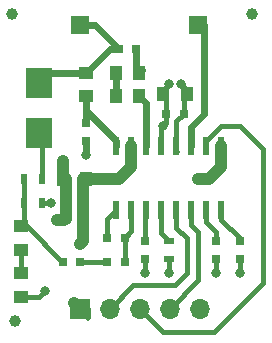
<source format=gtl>
%TF.GenerationSoftware,KiCad,Pcbnew,4.0.7*%
%TF.CreationDate,2018-06-20T04:11:10+02:00*%
%TF.ProjectId,RFID_BOARD_EM4095,524649445F424F4152445F454D343039,rev?*%
%TF.FileFunction,Copper,L1,Top,Signal*%
%FSLAX46Y46*%
G04 Gerber Fmt 4.6, Leading zero omitted, Abs format (unit mm)*
G04 Created by KiCad (PCBNEW 4.0.7) date 2018 June 20, Wednesday 04:11:10*
%MOMM*%
%LPD*%
G01*
G04 APERTURE LIST*
%ADD10C,0.100000*%
%ADD11C,1.000000*%
%ADD12R,0.750000X0.800000*%
%ADD13R,0.800000X0.750000*%
%ADD14R,0.600000X1.500000*%
%ADD15R,1.250000X1.000000*%
%ADD16R,1.000000X1.250000*%
%ADD17R,2.301240X2.499360*%
%ADD18R,1.700000X1.700000*%
%ADD19O,1.700000X1.700000*%
%ADD20R,0.500000X0.900000*%
%ADD21R,0.900000X0.500000*%
%ADD22R,1.500000X1.500000*%
%ADD23C,0.800000*%
%ADD24C,0.400000*%
%ADD25C,1.000000*%
%ADD26C,0.600000*%
%ADD27C,0.250000*%
%ADD28C,0.500000*%
G04 APERTURE END LIST*
D10*
D11*
X146750000Y-98500000D03*
X167000000Y-98500000D03*
D12*
X166000000Y-119250000D03*
X166000000Y-117750000D03*
X164000000Y-117750000D03*
X164000000Y-119250000D03*
X158000000Y-119250000D03*
X158000000Y-117750000D03*
D13*
X156250000Y-119500000D03*
X154750000Y-119500000D03*
D14*
X164445000Y-109700000D03*
X163175000Y-109700000D03*
X161905000Y-109700000D03*
X160635000Y-109700000D03*
X159365000Y-109700000D03*
X158095000Y-109700000D03*
X156825000Y-109700000D03*
X155555000Y-109700000D03*
X155555000Y-115100000D03*
X156825000Y-115100000D03*
X158095000Y-115100000D03*
X159365000Y-115100000D03*
X160635000Y-115100000D03*
X161905000Y-115100000D03*
X163175000Y-115100000D03*
X164445000Y-115100000D03*
D13*
X151250000Y-114500000D03*
X152750000Y-114500000D03*
X154750000Y-117500000D03*
X156250000Y-117500000D03*
X151000000Y-119500000D03*
X152500000Y-119500000D03*
D15*
X153000000Y-105500000D03*
X153000000Y-103500000D03*
D12*
X153000000Y-109250000D03*
X153000000Y-107750000D03*
D16*
X155500000Y-103500000D03*
X157500000Y-103500000D03*
X157500000Y-105500000D03*
X155500000Y-105500000D03*
D15*
X147500000Y-118500000D03*
X147500000Y-116500000D03*
X147500000Y-122500000D03*
X147500000Y-120500000D03*
D17*
X149000000Y-108648840D03*
X149000000Y-104351160D03*
D18*
X152460000Y-123500000D03*
D19*
X155000000Y-123500000D03*
X157540000Y-123500000D03*
X160080000Y-123500000D03*
X162620000Y-123500000D03*
D20*
X147750000Y-112500000D03*
X149250000Y-112500000D03*
X149250000Y-114500000D03*
X147750000Y-114500000D03*
D21*
X160000000Y-119250000D03*
X160000000Y-117750000D03*
D13*
X157250000Y-101500000D03*
X155750000Y-101500000D03*
X161250000Y-107000000D03*
X159750000Y-107000000D03*
D22*
X162500000Y-99500000D03*
X152500000Y-99500000D03*
D11*
X147000000Y-124500000D03*
D16*
X161500000Y-105300000D03*
X159500000Y-105300000D03*
X151000000Y-112500000D03*
X153000000Y-112500000D03*
D23*
X160000000Y-104500000D03*
D11*
X162500000Y-112500000D03*
D23*
X149500000Y-121999992D03*
X166000000Y-120500000D03*
X164000000Y-120500000D03*
X150000000Y-114500000D03*
X160000000Y-120500000D03*
X158000000Y-120500000D03*
X150499984Y-116000000D03*
X151000000Y-111000000D03*
X153000000Y-110500000D03*
X159500000Y-108000000D03*
X152500000Y-118000000D03*
X161000000Y-104500000D03*
D24*
X159750000Y-105500000D02*
X159750000Y-107000000D01*
X159750000Y-107000000D02*
X159750000Y-107750000D01*
X159750000Y-107750000D02*
X159500000Y-108000000D01*
X159365000Y-109700000D02*
X159365000Y-108135000D01*
X159750000Y-104750000D02*
X160000000Y-104500000D01*
X159750000Y-105500000D02*
X159750000Y-104750000D01*
D25*
X163207106Y-112500000D02*
X162500000Y-112500000D01*
X163395000Y-112500000D02*
X163207106Y-112500000D01*
X164445000Y-111450000D02*
X163395000Y-112500000D01*
X164445000Y-109700000D02*
X164445000Y-111450000D01*
D24*
X149100001Y-122399991D02*
X149500000Y-121999992D01*
X148999992Y-122500000D02*
X149100001Y-122399991D01*
X147500000Y-122500000D02*
X148999992Y-122500000D01*
X166000000Y-119250000D02*
X166000000Y-120500000D01*
X164000000Y-119250000D02*
X164000000Y-120500000D01*
X149250000Y-114500000D02*
X150000000Y-114500000D01*
X160000000Y-119250000D02*
X160000000Y-120500000D01*
X158000000Y-119250000D02*
X158000000Y-120500000D01*
D25*
X151065685Y-116000000D02*
X150499984Y-116000000D01*
X151125000Y-116000000D02*
X151065685Y-116000000D01*
X151250000Y-115875000D02*
X151125000Y-116000000D01*
X151250000Y-114500000D02*
X151250000Y-115875000D01*
X151250000Y-115815685D02*
X151065685Y-116000000D01*
X151250000Y-115750000D02*
X151250000Y-115815685D01*
X151000000Y-111000000D02*
X151000000Y-112250000D01*
X151000000Y-112250000D02*
X151250000Y-112500000D01*
D26*
X153000000Y-109250000D02*
X153000000Y-110500000D01*
D25*
X151250000Y-112500000D02*
X151250000Y-114500000D01*
D27*
X159365000Y-108135000D02*
X159500000Y-108000000D01*
D24*
X160635000Y-109700000D02*
X160635000Y-107615000D01*
X160635000Y-107615000D02*
X161250000Y-107000000D01*
X161250000Y-105500000D02*
X161250000Y-107000000D01*
D25*
X152000000Y-123040000D02*
X152460000Y-123500000D01*
X152750000Y-114500000D02*
X152750000Y-117750000D01*
X152750000Y-117750000D02*
X152500000Y-118000000D01*
X156825000Y-109700000D02*
X156825000Y-111450000D01*
X156825000Y-111450000D02*
X155775000Y-112500000D01*
X155775000Y-112500000D02*
X152750000Y-112500000D01*
D24*
X161250000Y-105500000D02*
X161250000Y-104750000D01*
X161250000Y-104750000D02*
X161000000Y-104500000D01*
D25*
X152750000Y-113000000D02*
X152750000Y-114500000D01*
X152750000Y-113000000D02*
X152750000Y-112500000D01*
X152750000Y-113000000D02*
X152750000Y-112750000D01*
D28*
X160635000Y-109700000D02*
X160635000Y-110150000D01*
X160635000Y-110150000D02*
X160700000Y-110215000D01*
X153190000Y-124254380D02*
X153190000Y-123500000D01*
D26*
X153000000Y-103500000D02*
X149851160Y-103500000D01*
X149851160Y-103500000D02*
X149000000Y-104351160D01*
X155750000Y-101500000D02*
X155000000Y-101500000D01*
X155000000Y-101500000D02*
X153000000Y-103500000D01*
X152500000Y-99500000D02*
X153750000Y-99500000D01*
X153750000Y-99500000D02*
X155750000Y-101500000D01*
D24*
X163175000Y-115100000D02*
X163175000Y-116175000D01*
X163175000Y-116175000D02*
X164000000Y-117000000D01*
X164000000Y-117000000D02*
X164000000Y-117750000D01*
X158000000Y-117750000D02*
X158000000Y-115195000D01*
X158000000Y-115195000D02*
X158095000Y-115100000D01*
X156250000Y-117500000D02*
X156825000Y-116925000D01*
X156825000Y-116925000D02*
X156825000Y-115100000D01*
X156250000Y-119500000D02*
X156250000Y-117500000D01*
X163815996Y-125500000D02*
X159540000Y-125500000D01*
X159540000Y-125500000D02*
X157540000Y-123500000D01*
X163175000Y-109250000D02*
X163175000Y-109700000D01*
X164425000Y-108000000D02*
X163175000Y-109250000D01*
X163815996Y-125500000D02*
X168000000Y-121315996D01*
X168000000Y-121315996D02*
X168000000Y-110000000D01*
X168000000Y-110000000D02*
X166000000Y-108000000D01*
X166000000Y-108000000D02*
X164425000Y-108000000D01*
X160635000Y-115100000D02*
X160635000Y-116635000D01*
X160635000Y-116635000D02*
X161500000Y-117500000D01*
X161500000Y-117500000D02*
X161500000Y-120500000D01*
X161500000Y-120500000D02*
X160500000Y-121500000D01*
X160500000Y-121500000D02*
X157000000Y-121500000D01*
X157000000Y-121500000D02*
X155000000Y-123500000D01*
X161905000Y-115100000D02*
X161905000Y-116405000D01*
X162500000Y-121080000D02*
X160080000Y-123500000D01*
X161905000Y-116405000D02*
X162500000Y-117000000D01*
X162500000Y-117000000D02*
X162500000Y-121080000D01*
D26*
X153000000Y-106500000D02*
X153000000Y-107750000D01*
X153000000Y-106695000D02*
X155555000Y-109250000D01*
X153000000Y-105500000D02*
X153000000Y-106500000D01*
X153000000Y-106500000D02*
X153000000Y-106695000D01*
X155555000Y-109250000D02*
X155555000Y-109700000D01*
D28*
X155505000Y-109750000D02*
X155555000Y-109700000D01*
D24*
X147500000Y-118500000D02*
X147500000Y-120500000D01*
X147500000Y-116500000D02*
X147975000Y-116500000D01*
X147975000Y-116500000D02*
X150975000Y-119500000D01*
X150975000Y-119500000D02*
X151000000Y-119500000D01*
X147750000Y-114500000D02*
X147750000Y-116250000D01*
X147750000Y-116250000D02*
X147500000Y-116500000D01*
X147750000Y-112500000D02*
X147750000Y-114500000D01*
X166000000Y-117750000D02*
X166000000Y-117500000D01*
X166000000Y-117500000D02*
X164445000Y-115945000D01*
X164445000Y-115945000D02*
X164445000Y-115100000D01*
X154750000Y-117500000D02*
X154750000Y-115905000D01*
X154750000Y-115905000D02*
X155555000Y-115100000D01*
X152500000Y-119500000D02*
X154750000Y-119500000D01*
D26*
X157250000Y-101500000D02*
X157250000Y-103250000D01*
X157250000Y-103250000D02*
X157500000Y-103500000D01*
X157750000Y-103250000D02*
X157500000Y-103500000D01*
X155500000Y-103500000D02*
X155500000Y-105500000D01*
X157500000Y-105500000D02*
X158095000Y-106095000D01*
X158095000Y-106095000D02*
X158095000Y-109700000D01*
D24*
X149250000Y-112500000D02*
X149250000Y-108898840D01*
X149250000Y-108898840D02*
X149000000Y-108648840D01*
X160000000Y-117750000D02*
X159365000Y-117115000D01*
X159365000Y-117115000D02*
X159365000Y-115100000D01*
D26*
X161905000Y-109700000D02*
X161905000Y-108105035D01*
X161905000Y-108105035D02*
X163000000Y-107010035D01*
X163000000Y-99500000D02*
X162500000Y-99500000D01*
X163000000Y-107010035D02*
X163000000Y-99500000D01*
M02*

</source>
